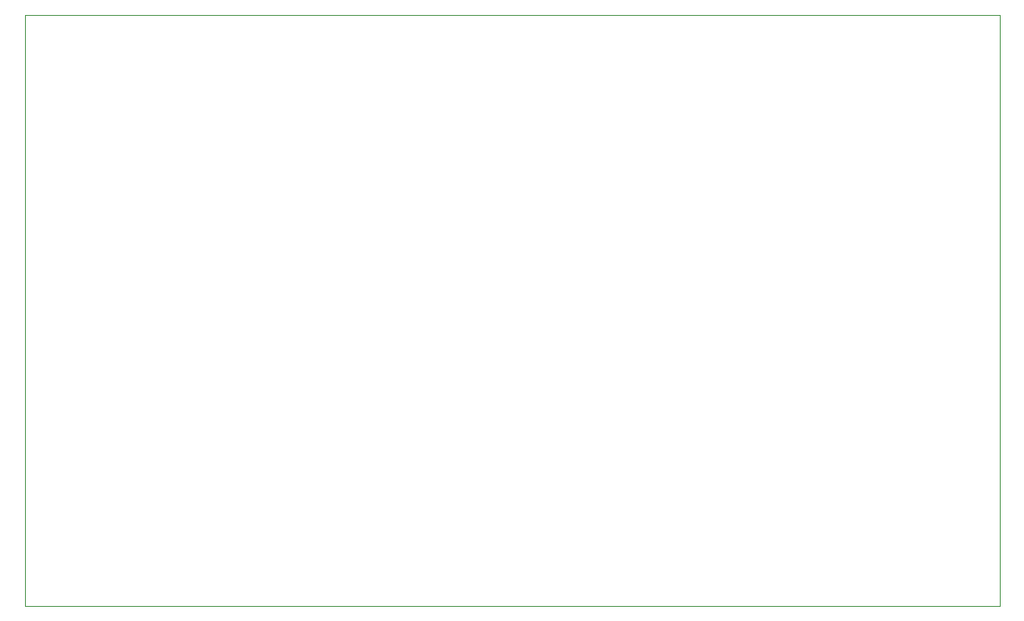
<source format=gm1>
G04 #@! TF.GenerationSoftware,KiCad,Pcbnew,8.0.8*
G04 #@! TF.CreationDate,2025-04-19T00:37:25+02:00*
G04 #@! TF.ProjectId,noise_reduction_microphone,6e6f6973-655f-4726-9564-756374696f6e,rev?*
G04 #@! TF.SameCoordinates,Original*
G04 #@! TF.FileFunction,Profile,NP*
%FSLAX46Y46*%
G04 Gerber Fmt 4.6, Leading zero omitted, Abs format (unit mm)*
G04 Created by KiCad (PCBNEW 8.0.8) date 2025-04-19 00:37:25*
%MOMM*%
%LPD*%
G01*
G04 APERTURE LIST*
G04 #@! TA.AperFunction,Profile*
%ADD10C,0.050000*%
G04 #@! TD*
G04 APERTURE END LIST*
D10*
X75000000Y-74000000D02*
X174000000Y-74000000D01*
X174000000Y-134000000D01*
X75000000Y-134000000D01*
X75000000Y-74000000D01*
M02*

</source>
